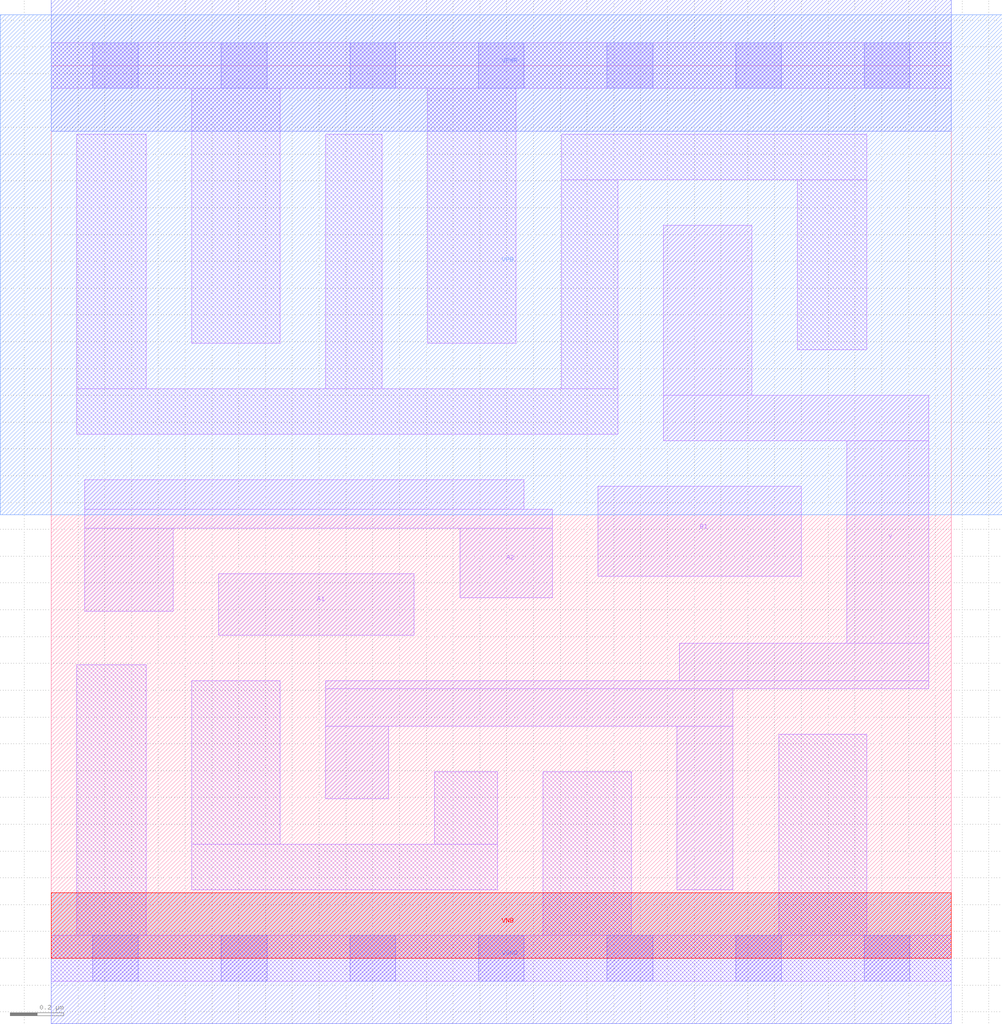
<source format=lef>
# Copyright 2020 The SkyWater PDK Authors
#
# Licensed under the Apache License, Version 2.0 (the "License");
# you may not use this file except in compliance with the License.
# You may obtain a copy of the License at
#
#     https://www.apache.org/licenses/LICENSE-2.0
#
# Unless required by applicable law or agreed to in writing, software
# distributed under the License is distributed on an "AS IS" BASIS,
# WITHOUT WARRANTIES OR CONDITIONS OF ANY KIND, either express or implied.
# See the License for the specific language governing permissions and
# limitations under the License.
#
# SPDX-License-Identifier: Apache-2.0

VERSION 5.7 ;
  NOWIREEXTENSIONATPIN ON ;
  DIVIDERCHAR "/" ;
  BUSBITCHARS "[]" ;
MACRO sky130_fd_sc_lp__a21oi_2
  CLASS CORE ;
  FOREIGN sky130_fd_sc_lp__a21oi_2 ;
  ORIGIN  0.000000  0.000000 ;
  SIZE  3.360000 BY  3.330000 ;
  SYMMETRY X Y R90 ;
  SITE unit ;
  PIN A1
    ANTENNAGATEAREA  0.630000 ;
    DIRECTION INPUT ;
    USE SIGNAL ;
    PORT
      LAYER li1 ;
        RECT 0.625000 1.205000 1.355000 1.435000 ;
    END
  END A1
  PIN A2
    ANTENNAGATEAREA  0.630000 ;
    DIRECTION INPUT ;
    USE SIGNAL ;
    PORT
      LAYER li1 ;
        RECT 0.125000 1.295000 0.455000 1.605000 ;
        RECT 0.125000 1.605000 1.870000 1.675000 ;
        RECT 0.125000 1.675000 1.765000 1.785000 ;
        RECT 1.525000 1.345000 1.870000 1.605000 ;
    END
  END A2
  PIN B1
    ANTENNAGATEAREA  0.630000 ;
    DIRECTION INPUT ;
    USE SIGNAL ;
    PORT
      LAYER li1 ;
        RECT 2.040000 1.425000 2.800000 1.760000 ;
    END
  END B1
  PIN Y
    ANTENNADIFFAREA  0.823200 ;
    DIRECTION OUTPUT ;
    USE SIGNAL ;
    PORT
      LAYER li1 ;
        RECT 1.025000 0.595000 1.260000 0.865000 ;
        RECT 1.025000 0.865000 2.545000 1.005000 ;
        RECT 1.025000 1.005000 3.275000 1.035000 ;
        RECT 2.285000 1.930000 3.275000 2.100000 ;
        RECT 2.285000 2.100000 2.615000 2.735000 ;
        RECT 2.335000 0.255000 2.545000 0.865000 ;
        RECT 2.345000 1.035000 3.275000 1.175000 ;
        RECT 2.970000 1.175000 3.275000 1.930000 ;
    END
  END Y
  PIN VGND
    DIRECTION INOUT ;
    USE GROUND ;
    PORT
      LAYER met1 ;
        RECT 0.000000 -0.245000 3.360000 0.245000 ;
    END
  END VGND
  PIN VNB
    DIRECTION INOUT ;
    USE GROUND ;
    PORT
      LAYER pwell ;
        RECT 0.000000 0.000000 3.360000 0.245000 ;
    END
  END VNB
  PIN VPB
    DIRECTION INOUT ;
    USE POWER ;
    PORT
      LAYER nwell ;
        RECT -0.190000 1.655000 3.550000 3.520000 ;
    END
  END VPB
  PIN VPWR
    DIRECTION INOUT ;
    USE POWER ;
    PORT
      LAYER met1 ;
        RECT 0.000000 3.085000 3.360000 3.575000 ;
    END
  END VPWR
  OBS
    LAYER li1 ;
      RECT 0.000000 -0.085000 3.360000 0.085000 ;
      RECT 0.000000  3.245000 3.360000 3.415000 ;
      RECT 0.095000  0.085000 0.355000 1.095000 ;
      RECT 0.095000  1.955000 2.115000 2.125000 ;
      RECT 0.095000  2.125000 0.355000 3.075000 ;
      RECT 0.525000  0.255000 1.665000 0.425000 ;
      RECT 0.525000  0.425000 0.855000 1.035000 ;
      RECT 0.525000  2.295000 0.855000 3.245000 ;
      RECT 1.025000  2.125000 1.235000 3.075000 ;
      RECT 1.405000  2.295000 1.735000 3.245000 ;
      RECT 1.430000  0.425000 1.665000 0.695000 ;
      RECT 1.835000  0.085000 2.165000 0.695000 ;
      RECT 1.905000  2.125000 2.115000 2.905000 ;
      RECT 1.905000  2.905000 3.045000 3.075000 ;
      RECT 2.715000  0.085000 3.045000 0.835000 ;
      RECT 2.785000  2.270000 3.045000 2.905000 ;
    LAYER mcon ;
      RECT 0.155000 -0.085000 0.325000 0.085000 ;
      RECT 0.155000  3.245000 0.325000 3.415000 ;
      RECT 0.635000 -0.085000 0.805000 0.085000 ;
      RECT 0.635000  3.245000 0.805000 3.415000 ;
      RECT 1.115000 -0.085000 1.285000 0.085000 ;
      RECT 1.115000  3.245000 1.285000 3.415000 ;
      RECT 1.595000 -0.085000 1.765000 0.085000 ;
      RECT 1.595000  3.245000 1.765000 3.415000 ;
      RECT 2.075000 -0.085000 2.245000 0.085000 ;
      RECT 2.075000  3.245000 2.245000 3.415000 ;
      RECT 2.555000 -0.085000 2.725000 0.085000 ;
      RECT 2.555000  3.245000 2.725000 3.415000 ;
      RECT 3.035000 -0.085000 3.205000 0.085000 ;
      RECT 3.035000  3.245000 3.205000 3.415000 ;
  END
END sky130_fd_sc_lp__a21oi_2
END LIBRARY

</source>
